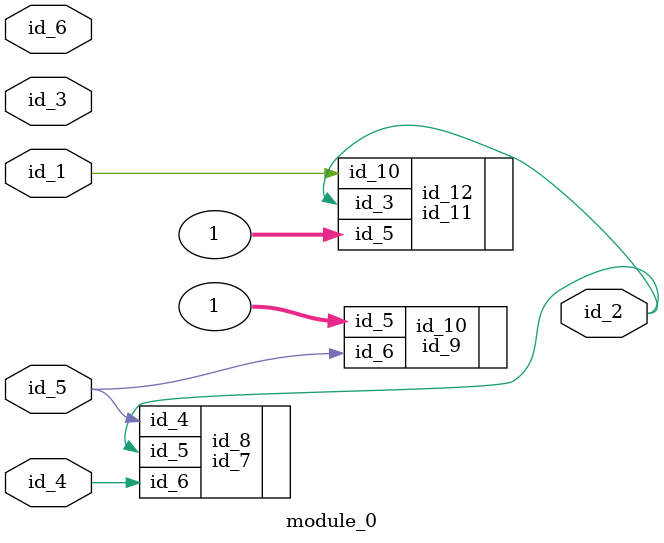
<source format=v>
module module_0 (
    id_1,
    id_2,
    id_3,
    id_4,
    id_5,
    id_6
);
  input id_6;
  input id_5;
  input id_4;
  input id_3;
  output id_2;
  input id_1;
  id_7 id_8 (
      .id_4(id_5),
      .id_6(id_4),
      .id_5(id_2)
  );
  id_9 id_10 (
      .id_6(id_5),
      .id_5(1)
  );
  id_11 id_12 (
      .id_5 (1),
      .id_3 (id_2),
      .id_10(id_1)
  );
endmodule

</source>
